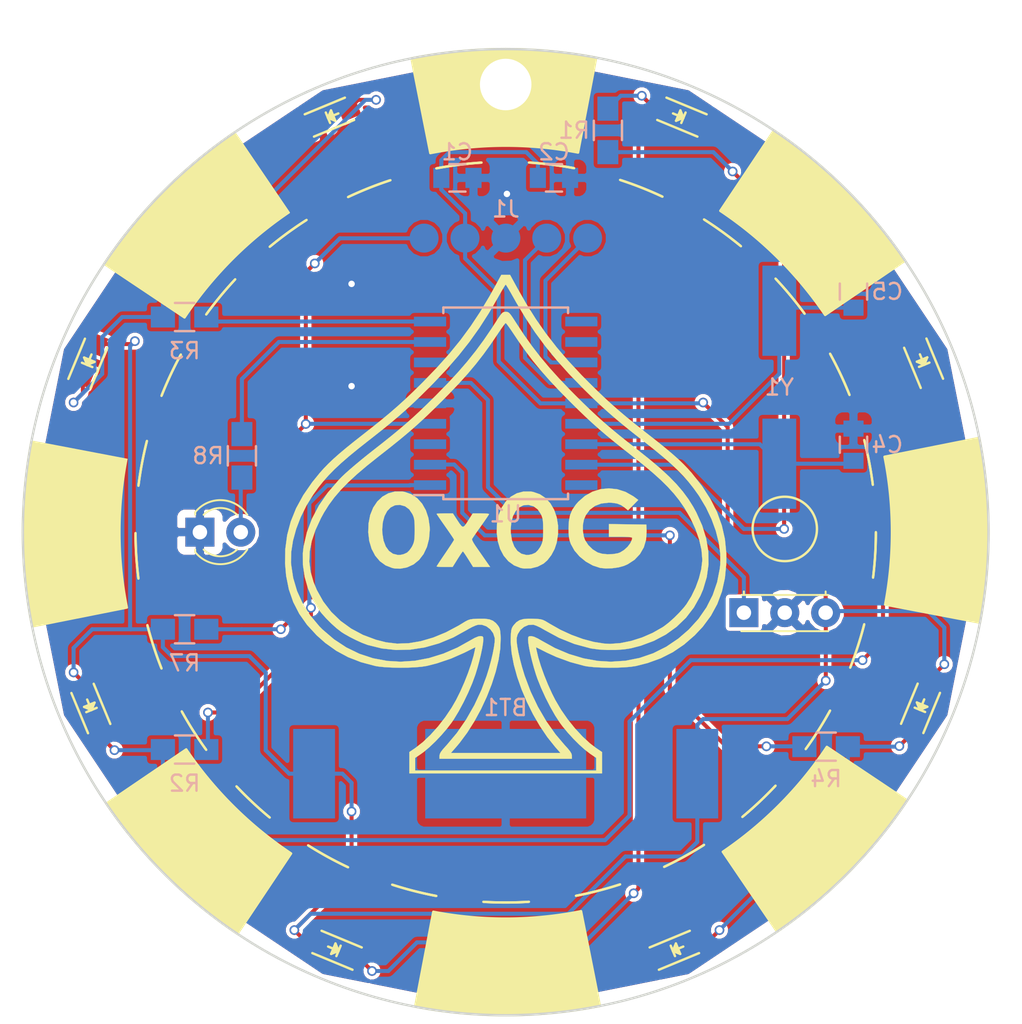
<source format=kicad_pcb>
(kicad_pcb (version 4) (host pcbnew 4.0.7)
  (title_block (title "0x0G Badge 2018") (date 2018-05-07) (rev r4) (company "Google LLC"))
  (layers (0 F.Cu signal) (31 B.Cu signal) (34 B.Paste user) (35 F.Paste user) (36 B.SilkS user) (37 F.SilkS user) (38 B.Mask user) (39 F.Mask user) (44 Edge.Cuts user))
  (net 0 "")
  (net 1 GND)
  (net 2 VDD)
  (net 3 /~MCLR)
  (net 4 "Net-(D1-Pad1)")
  (net 5 "Net-(D2-Pad1)")
  (net 6 "Net-(D5-Pad1)")
  (net 7 "Net-(D6-Pad1)")
  (net 8 "Net-(D9-Pad2)")
  (net 9 /RB7)
  (net 10 /RB6)
  (net 11 /RA0)
  (net 12 /RA2)
  (net 13 /RA3)
  (net 14 /RB2)
  (net 15 "Net-(U1-Pad6)")
  (net 16 "Net-(C4-Pad1)")
  (net 17 "Net-(C5-Pad1)")
  (net 18 /RB3)
  (net 19 "Net-(U1-Pad3)")
  (net 20 /RB1)
  (net 21 /RB4)
  (net 22 /RB5)
  (net 23 /RA1)
  (module 0gbadge-2018:BC-2003-TR (layer B.Cu) (at 100 115)
    (fp_text reference BT1 (at 0 -4.1) (layer B.SilkS) (effects (justify mirror)))
    (fp_text value Battery_Cell)
    (pad 1 smd rect (at -11.905 0) (size 2.6 5.56) (layers B.Cu B.Paste B.Mask) (net 2 VDD))
    (pad 2 smd rect (at 0 0) (size 10 5.56) (layers B.Cu B.Paste B.Mask) (net 1 GND))
    (pad 1 smd rect (at 11.905 0) (size 2.6 5.56) (layers B.Cu B.Paste B.Mask) (net 2 VDD))
  )
  (module Capacitors_SMD:C_0805 (layer B.Cu) (at 97 78)
    (fp_text reference C1 (at -0.01 -1.61) (layer B.SilkS) (effects (justify mirror)))
    (fp_text value 100nF)
    (pad 1 smd rect (at -1 0) (size 1 1.25) (layers B.Cu B.Paste B.Mask) (net 2 VDD))
    (pad 2 smd rect (at 1 0) (size 1 1.25) (layers B.Cu B.Paste B.Mask) (net 1 GND))
  )
  (module Capacitors_SMD:C_0805 (layer B.Cu) (at 103 78)
    (fp_text reference C2 (at 0 -1.61) (layer B.SilkS) (effects (justify mirror)))
    (fp_text value 1uF)
    (pad 1 smd rect (at -1 0) (size 1 1.25) (layers B.Cu B.Paste B.Mask) (net 2 VDD))
    (pad 2 smd rect (at 1 0) (size 1 1.25) (layers B.Cu B.Paste B.Mask) (net 1 GND))
  )
  (module Capacitors_SMD:C_0805 (layer B.Cu) (at 121.61 94.57 90)
    (fp_text reference C4 (at 0 2.1 180) (layer B.SilkS) (effects (justify mirror)))
    (fp_text value 18pF)
    (pad 1 smd rect (at -1 0 90) (size 1 1.25) (layers B.Cu B.Paste B.Mask) (net 16 "Net-(C4-Pad1)"))
    (pad 2 smd rect (at 1 0 90) (size 1 1.25) (layers B.Cu B.Paste B.Mask) (net 1 GND))
  )
  (module Capacitors_SMD:C_0805 (layer B.Cu) (at 121.61 85.06 90)
    (fp_text reference C5 (at 0 2.1 180) (layer B.SilkS) (effects (justify mirror)))
    (fp_text value 18pF)
    (pad 1 smd rect (at -1 0 90) (size 1 1.25) (layers B.Cu B.Paste B.Mask) (net 17 "Net-(C5-Pad1)"))
    (pad 2 smd rect (at 1 0 90) (size 1 1.25) (layers B.Cu B.Paste B.Mask) (net 1 GND))
  )
  (module LEDs:LED_0805 (layer F.Cu) (at 89.29 125.87 157.5)
    (fp_text reference D1)
    (fp_text value LED hide)
    (pad 2 smd rect (at 1.04902 0 337.5) (size 1.19888 1.19888) (layers F.Cu F.Paste F.Mask) (net 2 VDD))
    (pad 1 smd rect (at -1.04902 0 337.5) (size 1.19888 1.19888) (layers F.Cu F.Paste F.Mask) (net 4 "Net-(D1-Pad1)"))
  )
  (module LEDs:LED_0805 (layer F.Cu) (at 74.13 89.29 67.5)
    (fp_text reference D2)
    (fp_text value LED hide)
    (pad 2 smd rect (at 1.04902 0 247.5) (size 1.19888 1.19888) (layers F.Cu F.Paste F.Mask) (net 2 VDD))
    (pad 1 smd rect (at -1.04902 0 247.5) (size 1.19888 1.19888) (layers F.Cu F.Paste F.Mask) (net 5 "Net-(D2-Pad1)"))
  )
  (module LEDs:LED_0805 (layer F.Cu) (at 110.72 74.13 157.5)
    (fp_text reference D3)
    (fp_text value LED hide)
    (pad 2 smd rect (at 1.04902 0 337.5) (size 1.19888 1.19888) (layers F.Cu F.Paste F.Mask) (net 4 "Net-(D1-Pad1)"))
    (pad 1 smd rect (at -1.04902 0 337.5) (size 1.19888 1.19888) (layers F.Cu F.Paste F.Mask) (net 1 GND))
  )
  (module LEDs:LED_0805 (layer F.Cu) (at 89.28 74.13 22.5)
    (fp_text reference D4)
    (fp_text value LED hide)
    (pad 2 smd rect (at 1.04902 0 202.5) (size 1.19888 1.19888) (layers F.Cu F.Paste F.Mask) (net 5 "Net-(D2-Pad1)"))
    (pad 1 smd rect (at -1.04902 0 202.5) (size 1.19888 1.19888) (layers F.Cu F.Paste F.Mask) (net 1 GND))
  )
  (module LEDs:LED_0805 (layer F.Cu) (at 74.13 110.72 112.5)
    (fp_text reference D5)
    (fp_text value LED hide)
    (pad 2 smd rect (at 1.04902 0 292.5) (size 1.19888 1.19888) (layers F.Cu F.Paste F.Mask) (net 2 VDD))
    (pad 1 smd rect (at -1.04902 0 292.5) (size 1.19888 1.19888) (layers F.Cu F.Paste F.Mask) (net 6 "Net-(D5-Pad1)"))
  )
  (module LEDs:LED_0805 (layer F.Cu) (at 125.87 110.71 67.5)
    (fp_text reference D6)
    (fp_text value LED hide)
    (pad 2 smd rect (at 1.04902 0 247.5) (size 1.19888 1.19888) (layers F.Cu F.Paste F.Mask) (net 2 VDD))
    (pad 1 smd rect (at -1.04902 0 247.5) (size 1.19888 1.19888) (layers F.Cu F.Paste F.Mask) (net 7 "Net-(D6-Pad1)"))
  )
  (module LEDs:LED_0805 (layer F.Cu) (at 125.87 89.28 112.5)
    (fp_text reference D7)
    (fp_text value LED hide)
    (pad 2 smd rect (at 1.04902 0 292.5) (size 1.19888 1.19888) (layers F.Cu F.Paste F.Mask) (net 6 "Net-(D5-Pad1)"))
    (pad 1 smd rect (at -1.04902 0 292.5) (size 1.19888 1.19888) (layers F.Cu F.Paste F.Mask) (net 1 GND))
  )
  (module LEDs:LED_0805 (layer F.Cu) (at 110.71 125.87 22.5)
    (fp_text reference D8)
    (fp_text value LED hide)
    (pad 2 smd rect (at 1.04902 0 202.5) (size 1.19888 1.19888) (layers F.Cu F.Paste F.Mask) (net 7 "Net-(D6-Pad1)"))
    (pad 1 smd rect (at -1.04902 0 202.5) (size 1.19888 1.19888) (layers F.Cu F.Paste F.Mask) (net 1 GND))
  )
  (module LEDs:LED_D3.0mm (layer F.Cu) (at 81 100)
    (fp_text reference D9)
    (fp_text value "IR LED")
    (pad 1 thru_hole rect (at 0 0) (size 1.8 1.8) (drill 0.9) (layers *.Cu *.Mask) (net 1 GND))
    (pad 2 thru_hole circle (at 2.54 0) (size 1.8 1.8) (drill 0.9) (layers *.Cu *.Mask) (net 8 "Net-(D9-Pad2)"))
  )
  (module Resistors_SMD:R_0805_HandSoldering (layer B.Cu) (at 106.35 75.05 270)
    (fp_text reference R1 (at 0 2.1 360) (layer B.SilkS) (effects (justify mirror)))
    (fp_text value 1k)
    (pad 1 smd rect (at -1.35 0 270) (size 1.5 1.3) (layers B.Cu B.Paste B.Mask) (net 4 "Net-(D1-Pad1)"))
    (pad 2 smd rect (at 1.35 0 270) (size 1.5 1.3) (layers B.Cu B.Paste B.Mask) (net 11 /RA0))
  )
  (module Resistors_SMD:R_0805_HandSoldering (layer B.Cu) (at 80.05 113.5)
    (fp_text reference R2 (at 0 2.1) (layer B.SilkS) (effects (justify mirror)))
    (fp_text value 430)
    (pad 1 smd rect (at -1.35 0) (size 1.5 1.3) (layers B.Cu B.Paste B.Mask) (net 6 "Net-(D5-Pad1)"))
    (pad 2 smd rect (at 1.35 0) (size 1.5 1.3) (layers B.Cu B.Paste B.Mask) (net 12 /RA2))
  )
  (module Resistors_SMD:R_0805_HandSoldering (layer B.Cu) (at 80.05 86.64)
    (fp_text reference R3 (at 0 2.1) (layer B.SilkS) (effects (justify mirror)))
    (fp_text value 220)
    (pad 1 smd rect (at -1.35 0) (size 1.5 1.3) (layers B.Cu B.Paste B.Mask) (net 5 "Net-(D2-Pad1)"))
    (pad 2 smd rect (at 1.35 0) (size 1.5 1.3) (layers B.Cu B.Paste B.Mask) (net 18 /RB3))
  )
  (module Resistors_SMD:R_0805_HandSoldering (layer B.Cu) (at 119.91 113.32 180)
    (fp_text reference R4 (at 0 -1.996 180) (layer B.SilkS) (effects (justify mirror)))
    (fp_text value 220)
    (pad 1 smd rect (at -1.35 0 180) (size 1.5 1.3) (layers B.Cu B.Paste B.Mask) (net 7 "Net-(D6-Pad1)"))
    (pad 2 smd rect (at 1.35 0 180) (size 1.5 1.3) (layers B.Cu B.Paste B.Mask) (net 13 /RA3))
  )
  (module Resistors_SMD:R_0805_HandSoldering (layer B.Cu) (at 80.05 106.03)
    (fp_text reference R7 (at 0 2.1) (layer B.SilkS) (effects (justify mirror)))
    (fp_text value 33K)
    (pad 1 smd rect (at -1.35 0) (size 1.5 1.3) (layers B.Cu B.Paste B.Mask) (net 2 VDD))
    (pad 2 smd rect (at 1.35 0) (size 1.5 1.3) (layers B.Cu B.Paste B.Mask) (net 3 /~MCLR))
  )
  (module Resistors_SMD:R_0805_HandSoldering (layer B.Cu) (at 83.61 95.26 270)
    (fp_text reference R8 (at 0 2.1 360) (layer B.SilkS) (effects (justify mirror)))
    (fp_text value 220)
    (pad 1 smd rect (at -1.35 0 270) (size 1.5 1.3) (layers B.Cu B.Paste B.Mask) (net 14 /RB2))
    (pad 2 smd rect (at 1.35 0 270) (size 1.5 1.3) (layers B.Cu B.Paste B.Mask) (net 8 "Net-(D9-Pad2)"))
  )
  (module Housings_SOIC:SOIC-18W_7.5x11.6mm_Pitch1.27mm (layer B.Cu) (at 100 92)
    (fp_text reference U1 (at 0 6.875) (layer B.SilkS) (effects (justify mirror)))
    (fp_text value PIC16F716-I-SO-ND)
    (pad 1 smd rect (at -4.7 5.08) (size 2 0.6) (layers B.Cu B.Paste B.Mask) (net 12 /RA2))
    (pad 2 smd rect (at -4.7 3.81) (size 2 0.6) (layers B.Cu B.Paste B.Mask) (net 13 /RA3))
    (pad 3 smd rect (at -4.7 2.54) (size 2 0.6) (layers B.Cu B.Paste B.Mask) (net 19 "Net-(U1-Pad3)"))
    (pad 4 smd rect (at -4.7 1.27) (size 2 0.6) (layers B.Cu B.Paste B.Mask) (net 3 /~MCLR))
    (pad 5 smd rect (at -4.7 0) (size 2 0.6) (layers B.Cu B.Paste B.Mask) (net 1 GND))
    (pad 6 smd rect (at -4.7 -1.27) (size 2 0.6) (layers B.Cu B.Paste B.Mask) (net 15 "Net-(U1-Pad6)"))
    (pad 7 smd rect (at -4.7 -2.54) (size 2 0.6) (layers B.Cu B.Paste B.Mask) (net 20 /RB1))
    (pad 8 smd rect (at -4.7 -3.81) (size 2 0.6) (layers B.Cu B.Paste B.Mask) (net 14 /RB2))
    (pad 9 smd rect (at -4.7 -5.08) (size 2 0.6) (layers B.Cu B.Paste B.Mask) (net 18 /RB3))
    (pad 10 smd rect (at 4.7 -5.08) (size 2 0.6) (layers B.Cu B.Paste B.Mask) (net 21 /RB4))
    (pad 11 smd rect (at 4.7 -3.81) (size 2 0.6) (layers B.Cu B.Paste B.Mask) (net 22 /RB5))
    (pad 12 smd rect (at 4.7 -2.54) (size 2 0.6) (layers B.Cu B.Paste B.Mask) (net 10 /RB6))
    (pad 13 smd rect (at 4.7 -1.27) (size 2 0.6) (layers B.Cu B.Paste B.Mask) (net 9 /RB7))
    (pad 14 smd rect (at 4.7 0) (size 2 0.6) (layers B.Cu B.Paste B.Mask) (net 2 VDD))
    (pad 15 smd rect (at 4.7 1.27) (size 2 0.6) (layers B.Cu B.Paste B.Mask) (net 17 "Net-(C5-Pad1)"))
    (pad 16 smd rect (at 4.7 2.54) (size 2 0.6) (layers B.Cu B.Paste B.Mask) (net 16 "Net-(C4-Pad1)"))
    (pad 17 smd rect (at 4.7 3.81) (size 2 0.6) (layers B.Cu B.Paste B.Mask) (net 11 /RA0))
    (pad 18 smd rect (at 4.7 5.08) (size 2 0.6) (layers B.Cu B.Paste B.Mask) (net 23 /RA1))
  )
  (module 0gbadge-2018:ABLS-4MHZ-B2-T (layer B.Cu) (at 117 91 90)
    (fp_text reference Y1 (at 0 0 180) (layer B.SilkS) (effects (justify mirror)))
    (fp_text value 4Mhz)
    (pad 1 smd rect (at -4.75 0 90) (size 5.6 2.1) (layers B.Cu B.Paste B.Mask) (net 16 "Net-(C4-Pad1)"))
    (pad 2 smd rect (at 4.75 0 90) (size 5.6 2.1) (layers B.Cu B.Paste B.Mask) (net 17 "Net-(C5-Pad1)"))
  )
  (module Mounting_Holes:MountingHole_3.2mm_M3 (layer F.Cu) (at 100 72.2)
    (fp_text reference REF** hide)
    (fp_text value MountingHole_3.2mm_M3)
    (pad 1 np_thru_hole circle (at 0 0) (size 3.2 3.2) (drill 3.2) (layers *.Cu *.Mask))
  )
  (module graphics:graphic (layer F.Cu) (at 100 100)
    (fp_text reference REF** hide)
    (fp_text value ZEROG-GRAPHIC)
  )
  (module 0gbadge-2018:tssp58038_flat (layer F.Cu) (at 114.8 105)
    (fp_text reference U2)
    (fp_text value TSSP58038)
    (pad 1 thru_hole rect (at 0 0) (size 1.8 1.8) (drill 0.9) (layers *.Cu *.Mask) (net 15 "Net-(U1-Pad6)"))
    (pad 2 thru_hole circle (at 2.54 0) (size 1.8 1.8) (drill 0.9) (layers *.Cu *.Mask) (net 1 GND))
    (pad 3 thru_hole circle (at 5.08 0) (size 1.8 1.8) (drill 0.9) (layers *.Cu *.Mask) (net 2 VDD))
  )
  (module ext_libs:spade_bold (layer F.Cu) (at 100 99.5)
    (fp_text reference G*** hide)
    (fp_text value LOGO hide)
  )
  (module ext_libs:SMD_PROG_5 (layer B.Cu) (at 100.01 81.74)
    (fp_text reference J1 (at 0 -1.8) (layer B.SilkS) (effects (justify mirror)))
    (fp_text value PROG_CONN)
    (pad 1 connect circle (at -5.08 0) (size 1.8 1.8) (layers B.Cu B.Mask) (net 3 /~MCLR))
    (pad 2 connect circle (at -2.54 0) (size 1.8 1.8) (layers B.Cu B.Mask) (net 2 VDD))
    (pad 3 connect circle (at 0 0) (size 1.8 1.8) (layers B.Cu B.Mask) (net 1 GND))
    (pad 4 connect circle (at 2.54 0) (size 1.8 1.8) (layers B.Cu B.Mask) (net 9 /RB7))
    (pad 5 connect circle (at 5.08 0) (size 1.8 1.8) (layers B.Cu B.Mask) (net 10 /RB6))
  )
  (gr_circle (center 100 100) (end 70 100) (layer Edge.Cuts) (width 0.15))
  (segment (start 99.484264 77.978) (end 99.462264 78) (width 0.25) (layer B.Cu) (net 1))
  (segment (start 99.462264 78) (end 98 78) (width 0.25) (layer B.Cu) (net 1))
  (segment (start 100.076 78.994) (end 100.076 78.569736) (width 0.25) (layer B.Cu) (net 1))
  (segment (start 100.076 78.569736) (end 99.484264 77.978) (width 0.25) (layer B.Cu) (net 1))
  (segment (start 100.02 81.75) (end 100.02 79.05) (width 0.25) (layer F.Cu) (net 1))
  (segment (start 100.02 79.05) (end 100.076 78.994) (width 0.25) (layer F.Cu) (net 1))
  (via (at 100.076 78.994) (size 0.6) (drill 0.4) (layers F.Cu B.Cu) (net 1))
  (segment (start 90.424 90.932) (end 90.424 84.582) (width 0.25) (layer F.Cu) (net 1))
  (via (at 90.424 84.582) (size 0.6) (drill 0.4) (layers F.Cu B.Cu) (net 1))
  (segment (start 95.3 92) (end 91.492 92) (width 0.25) (layer B.Cu) (net 1))
  (segment (start 91.492 92) (end 90.424 90.932) (width 0.25) (layer B.Cu) (net 1))
  (via (at 90.424 90.932) (size 0.6) (drill 0.4) (layers F.Cu B.Cu) (net 1))
  (segment (start 74.31 106.03) (end 76.708 106.03) (width 0.25) (layer B.Cu) (net 2))
  (segment (start 76.662001 105.984001) (end 76.708 106.03) (width 0.25) (layer B.Cu) (net 2))
  (segment (start 76.708 106.03) (end 78.7 106.03) (width 0.25) (layer B.Cu) (net 2))
  (segment (start 76.962 88.138) (end 76.662001 88.437999) (width 0.25) (layer B.Cu) (net 2))
  (segment (start 76.662001 88.437999) (end 76.662001 105.984001) (width 0.25) (layer B.Cu) (net 2))
  (segment (start 79.248 107.696) (end 78.7 107.148) (width 0.25) (layer B.Cu) (net 2))
  (segment (start 78.7 107.148) (end 78.7 106.03) (width 0.25) (layer B.Cu) (net 2))
  (segment (start 84.074 107.696) (end 79.248 107.696) (width 0.25) (layer B.Cu) (net 2))
  (segment (start 74.531443 88.320832) (end 76.779168 88.320832) (width 0.25) (layer F.Cu) (net 2))
  (segment (start 76.779168 88.320832) (end 76.962 88.138) (width 0.25) (layer F.Cu) (net 2))
  (via (at 76.962 88.138) (size 0.6) (drill 0.4) (layers F.Cu B.Cu) (net 2))
  (segment (start 112.268 91.948) (end 113.792 93.472) (width 0.25) (layer F.Cu) (net 2))
  (segment (start 113.792 93.472) (end 113.792 99.822) (width 0.25) (layer F.Cu) (net 2))
  (segment (start 113.792 99.822) (end 116.84 102.87) (width 0.25) (layer F.Cu) (net 2))
  (segment (start 116.84 102.87) (end 119.126 102.87) (width 0.25) (layer F.Cu) (net 2))
  (segment (start 119.126 102.87) (end 119.88 103.624) (width 0.25) (layer F.Cu) (net 2))
  (segment (start 119.88 103.624) (end 119.88 105) (width 0.25) (layer F.Cu) (net 2))
  (segment (start 104.7 92) (end 112.216 92) (width 0.25) (layer B.Cu) (net 2))
  (segment (start 112.216 92) (end 112.268 91.948) (width 0.25) (layer B.Cu) (net 2))
  (via (at 112.268 91.948) (size 0.6) (drill 0.4) (layers F.Cu B.Cu) (net 2))
  (segment (start 99.568 85.09) (end 97.48 83.002) (width 0.25) (layer B.Cu) (net 2))
  (segment (start 97.48 83.002) (end 97.48 81.75) (width 0.25) (layer B.Cu) (net 2))
  (segment (start 99.568 89.408) (end 99.568 85.09) (width 0.25) (layer B.Cu) (net 2))
  (segment (start 102.16 92) (end 99.568 89.408) (width 0.25) (layer B.Cu) (net 2))
  (segment (start 104.7 92) (end 102.16 92) (width 0.25) (layer B.Cu) (net 2))
  (segment (start 90.424 115.57) (end 89.854 115) (width 0.25) (layer B.Cu) (net 2))
  (segment (start 89.854 115) (end 88.095 115) (width 0.25) (layer B.Cu) (net 2))
  (segment (start 90.424 117.348) (end 90.424 115.57) (width 0.25) (layer B.Cu) (net 2))
  (segment (start 87.884 123.698) (end 90.424 121.158) (width 0.25) (layer F.Cu) (net 2))
  (segment (start 90.424 121.158) (end 90.424 117.348) (width 0.25) (layer F.Cu) (net 2))
  (via (at 90.424 117.348) (size 0.6) (drill 0.4) (layers F.Cu B.Cu) (net 2))
  (segment (start 86.868 124.714) (end 87.884 123.698) (width 0.25) (layer F.Cu) (net 2))
  (segment (start 110.998 120.142) (end 111.905 119.235) (width 0.25) (layer B.Cu) (net 2))
  (segment (start 111.905 119.235) (end 111.905 115) (width 0.25) (layer B.Cu) (net 2))
  (segment (start 107.442 120.142) (end 110.998 120.142) (width 0.25) (layer B.Cu) (net 2))
  (segment (start 103.886 123.698) (end 107.442 120.142) (width 0.25) (layer B.Cu) (net 2))
  (segment (start 87.884 123.698) (end 103.886 123.698) (width 0.25) (layer B.Cu) (net 2))
  (segment (start 86.868 124.714) (end 87.884 123.698) (width 0.25) (layer B.Cu) (net 2))
  (segment (start 88.320832 125.468557) (end 87.622557 125.468557) (width 0.25) (layer F.Cu) (net 2))
  (segment (start 87.622557 125.468557) (end 86.868 124.714) (width 0.25) (layer F.Cu) (net 2))
  (via (at 86.868 124.714) (size 0.6) (drill 0.4) (layers F.Cu B.Cu) (net 2))
  (segment (start 73.152 108.712) (end 73.152 107.188) (width 0.25) (layer B.Cu) (net 2))
  (segment (start 73.152 107.188) (end 74.31 106.03) (width 0.25) (layer B.Cu) (net 2))
  (segment (start 73.728557 109.750832) (end 73.728557 109.288557) (width 0.25) (layer F.Cu) (net 2))
  (segment (start 73.728557 109.288557) (end 73.152 108.712) (width 0.25) (layer F.Cu) (net 2))
  (via (at 73.152 108.712) (size 0.6) (drill 0.4) (layers F.Cu B.Cu) (net 2))
  (segment (start 85.09 108.712) (end 84.074 107.696) (width 0.25) (layer B.Cu) (net 2))
  (segment (start 85.09 113.545) (end 85.09 108.712) (width 0.25) (layer B.Cu) (net 2))
  (segment (start 88.095 115) (end 86.545 115) (width 0.25) (layer B.Cu) (net 2))
  (segment (start 86.545 115) (end 85.09 113.545) (width 0.25) (layer B.Cu) (net 2))
  (segment (start 119.888 109.22) (end 119.888 105.008) (width 0.25) (layer F.Cu) (net 2))
  (segment (start 119.888 105.008) (end 119.88 105) (width 0.25) (layer F.Cu) (net 2))
  (segment (start 117.501 111.607) (end 119.888 109.22) (width 0.25) (layer B.Cu) (net 2))
  (via (at 119.888 109.22) (size 0.6) (drill 0.4) (layers F.Cu B.Cu) (net 2))
  (segment (start 112.268 111.607) (end 117.501 111.607) (width 0.25) (layer B.Cu) (net 2))
  (segment (start 111.905 115) (end 111.905 111.97) (width 0.25) (layer B.Cu) (net 2))
  (segment (start 111.905 111.97) (end 112.268 111.607) (width 0.25) (layer B.Cu) (net 2))
  (segment (start 127.254 108.204) (end 127.254 105.918) (width 0.25) (layer B.Cu) (net 2))
  (segment (start 127.254 105.918) (end 126.238 104.902) (width 0.25) (layer B.Cu) (net 2))
  (segment (start 126.238 104.902) (end 119.978 104.902) (width 0.25) (layer B.Cu) (net 2))
  (segment (start 119.978 104.902) (end 119.88 105) (width 0.25) (layer B.Cu) (net 2))
  (segment (start 126.271443 109.740832) (end 126.271443 109.186557) (width 0.25) (layer F.Cu) (net 2))
  (segment (start 126.271443 109.186557) (end 127.254 108.204) (width 0.25) (layer F.Cu) (net 2))
  (via (at 127.254 108.204) (size 0.6) (drill 0.4) (layers F.Cu B.Cu) (net 2))
  (segment (start 97.48 81.75) (end 97.48 80.208) (width 0.25) (layer B.Cu) (net 2))
  (segment (start 97.48 80.208) (end 96 78.728) (width 0.25) (layer B.Cu) (net 2))
  (segment (start 96 78.728) (end 96 78) (width 0.25) (layer B.Cu) (net 2))
  (segment (start 102 78) (end 102 77.125) (width 0.25) (layer B.Cu) (net 2))
  (segment (start 102 77.125) (end 101.275 76.4) (width 0.25) (layer B.Cu) (net 2))
  (segment (start 101.275 76.4) (end 96.5 76.4) (width 0.25) (layer B.Cu) (net 2))
  (segment (start 96.5 76.4) (end 96 76.9) (width 0.25) (layer B.Cu) (net 2))
  (segment (start 96 76.9) (end 96 78) (width 0.25) (layer B.Cu) (net 2))
  (segment (start 83.602 106.03) (end 81.4 106.03) (width 0.25) (layer B.Cu) (net 3))
  (segment (start 88.138 83.312) (end 89.7 81.75) (width 0.25) (layer B.Cu) (net 3))
  (segment (start 89.7 81.75) (end 94.94 81.75) (width 0.25) (layer B.Cu) (net 3))
  (segment (start 87.58 93.28) (end 87.58 83.87) (width 0.25) (layer F.Cu) (net 3))
  (via (at 88.138 83.312) (size 0.6) (drill 0.4) (layers F.Cu B.Cu) (net 3))
  (segment (start 87.58 83.87) (end 88.138 83.312) (width 0.25) (layer F.Cu) (net 3))
  (segment (start 86.03 106.03) (end 83.602 106.03) (width 0.25) (layer B.Cu) (net 3))
  (segment (start 86.62 94.24) (end 86.62 105.44) (width 0.25) (layer F.Cu) (net 3))
  (segment (start 86.62 105.44) (end 86.03 106.03) (width 0.25) (layer F.Cu) (net 3))
  (via (at 86.03 106.03) (size 0.6) (drill 0.4) (layers F.Cu B.Cu) (net 3))
  (segment (start 87.58 93.28) (end 86.62 94.24) (width 0.25) (layer F.Cu) (net 3))
  (segment (start 94.05 93.27) (end 87.59 93.27) (width 0.25) (layer B.Cu) (net 3))
  (segment (start 87.59 93.27) (end 87.58 93.28) (width 0.25) (layer B.Cu) (net 3))
  (via (at 87.58 93.28) (size 0.6) (drill 0.4) (layers F.Cu B.Cu) (net 3))
  (segment (start 95.3 93.27) (end 94.05 93.27) (width 0.25) (layer B.Cu) (net 3))
  (segment (start 108.458 72.898) (end 107.152 72.898) (width 0.25) (layer B.Cu) (net 4))
  (segment (start 107.152 72.898) (end 106.35 73.7) (width 0.25) (layer B.Cu) (net 4))
  (segment (start 109.750832 73.728557) (end 109.288557 73.728557) (width 0.25) (layer F.Cu) (net 4))
  (segment (start 109.288557 73.728557) (end 108.458 72.898) (width 0.25) (layer F.Cu) (net 4))
  (via (at 108.458 72.898) (size 0.6) (drill 0.4) (layers F.Cu B.Cu) (net 4))
  (segment (start 107.95 122.428) (end 108.249999 122.128001) (width 0.25) (layer F.Cu) (net 4))
  (segment (start 108.249999 75.22939) (end 109.221331 74.258058) (width 0.25) (layer F.Cu) (net 4))
  (segment (start 108.249999 122.128001) (end 108.249999 75.22939) (width 0.25) (layer F.Cu) (net 4))
  (segment (start 109.221331 74.258058) (end 109.750832 73.728557) (width 0.25) (layer F.Cu) (net 4))
  (segment (start 104.14 125.476) (end 104.902 125.476) (width 0.25) (layer B.Cu) (net 4))
  (segment (start 104.902 125.476) (end 107.95 122.428) (width 0.25) (layer B.Cu) (net 4))
  (via (at 107.95 122.428) (size 0.6) (drill 0.4) (layers F.Cu B.Cu) (net 4))
  (segment (start 94.488 125.476) (end 104.14 125.476) (width 0.25) (layer B.Cu) (net 4))
  (segment (start 92.71 127.254) (end 94.488 125.476) (width 0.25) (layer B.Cu) (net 4))
  (segment (start 91.694 127.254) (end 92.71 127.254) (width 0.25) (layer B.Cu) (net 4))
  (segment (start 90.259168 126.271443) (end 90.711443 126.271443) (width 0.25) (layer F.Cu) (net 4))
  (segment (start 90.711443 126.271443) (end 91.694 127.254) (width 0.25) (layer F.Cu) (net 4))
  (via (at 91.694 127.254) (size 0.6) (drill 0.4) (layers F.Cu B.Cu) (net 4))
  (segment (start 74.93 87.884) (end 76.174 86.64) (width 0.25) (layer B.Cu) (net 5))
  (segment (start 76.174 86.64) (end 78.7 86.64) (width 0.25) (layer B.Cu) (net 5))
  (segment (start 74.93 90.17) (end 74.93 87.884) (width 0.25) (layer B.Cu) (net 5))
  (segment (start 73.152 91.948) (end 74.93 90.17) (width 0.25) (layer B.Cu) (net 5))
  (segment (start 73.728557 90.259168) (end 73.728557 91.371443) (width 0.25) (layer F.Cu) (net 5))
  (segment (start 73.728557 91.371443) (end 73.152 91.948) (width 0.25) (layer F.Cu) (net 5))
  (via (at 73.152 91.948) (size 0.6) (drill 0.4) (layers F.Cu B.Cu) (net 5))
  (segment (start 91.948 73.152) (end 90.825725 73.152) (width 0.25) (layer F.Cu) (net 5))
  (segment (start 90.825725 73.152) (end 90.249168 73.728557) (width 0.25) (layer F.Cu) (net 5))
  (segment (start 91.288 73.152) (end 91.948 73.152) (width 0.25) (layer B.Cu) (net 5))
  (via (at 91.948 73.152) (size 0.6) (drill 0.4) (layers F.Cu B.Cu) (net 5))
  (segment (start 78.7 86.64) (end 78.7 85.74) (width 0.25) (layer B.Cu) (net 5))
  (segment (start 78.7 85.74) (end 91.288 73.152) (width 0.25) (layer B.Cu) (net 5))
  (segment (start 122.174 107.95) (end 111.506 107.95) (width 0.25) (layer B.Cu) (net 6))
  (segment (start 111.506 107.95) (end 107.696 111.76) (width 0.25) (layer B.Cu) (net 6))
  (segment (start 107.696 111.76) (end 107.696 117.602) (width 0.25) (layer B.Cu) (net 6))
  (segment (start 107.696 117.602) (end 106.172 119.126) (width 0.25) (layer B.Cu) (net 6))
  (segment (start 106.172 119.126) (end 81.788 119.126) (width 0.25) (layer B.Cu) (net 6))
  (segment (start 81.788 119.126) (end 78.7 116.038) (width 0.25) (layer B.Cu) (net 6))
  (segment (start 78.7 116.038) (end 78.7 113.5) (width 0.25) (layer B.Cu) (net 6))
  (segment (start 125.468557 88.310832) (end 123.444 90.335389) (width 0.25) (layer F.Cu) (net 6))
  (segment (start 123.444 90.335389) (end 123.444 106.68) (width 0.25) (layer F.Cu) (net 6))
  (segment (start 123.444 106.68) (end 122.174 107.95) (width 0.25) (layer F.Cu) (net 6))
  (via (at 122.174 107.95) (size 0.6) (drill 0.4) (layers F.Cu B.Cu) (net 6))
  (segment (start 75.692 113.538) (end 78.662 113.538) (width 0.25) (layer B.Cu) (net 6))
  (segment (start 78.662 113.538) (end 78.7 113.5) (width 0.25) (layer B.Cu) (net 6))
  (segment (start 74.531443 111.689168) (end 74.531443 112.377443) (width 0.25) (layer F.Cu) (net 6))
  (segment (start 74.531443 112.377443) (end 75.692 113.538) (width 0.25) (layer F.Cu) (net 6))
  (via (at 75.692 113.538) (size 0.6) (drill 0.4) (layers F.Cu B.Cu) (net 6))
  (segment (start 113.284 124.714) (end 112.529443 125.468557) (width 0.25) (layer F.Cu) (net 7))
  (segment (start 112.529443 125.468557) (end 111.679168 125.468557) (width 0.25) (layer F.Cu) (net 7))
  (segment (start 121.26 113.32) (end 121.26 116.738) (width 0.25) (layer B.Cu) (net 7))
  (segment (start 121.26 116.738) (end 113.284 124.714) (width 0.25) (layer B.Cu) (net 7))
  (via (at 113.284 124.714) (size 0.6) (drill 0.4) (layers F.Cu B.Cu) (net 7))
  (segment (start 125.468557 111.679168) (end 125.468557 112.275443) (width 0.25) (layer F.Cu) (net 7))
  (segment (start 125.468557 112.275443) (end 124.46 113.284) (width 0.25) (layer F.Cu) (net 7))
  (segment (start 125.222 111.925725) (end 125.468557 111.679168) (width 0.25) (layer F.Cu) (net 7))
  (segment (start 121.26 113.32) (end 124.424 113.32) (width 0.25) (layer B.Cu) (net 7))
  (segment (start 124.424 113.32) (end 124.46 113.284) (width 0.25) (layer B.Cu) (net 7))
  (via (at 124.46 113.284) (size 0.6) (drill 0.4) (layers F.Cu B.Cu) (net 7))
  (segment (start 83.54 100) (end 83.54 96.68) (width 0.25) (layer B.Cu) (net 8))
  (segment (start 83.54 96.68) (end 83.61 96.61) (width 0.25) (layer B.Cu) (net 8))
  (segment (start 104.7 90.73) (end 102.76 90.73) (width 0.25) (layer B.Cu) (net 9))
  (segment (start 102.76 90.73) (end 101.2 89.17) (width 0.25) (layer B.Cu) (net 9))
  (segment (start 101.2 89.17) (end 101.2 83.11) (width 0.25) (layer B.Cu) (net 9))
  (segment (start 101.2 83.11) (end 102.56 81.75) (width 0.25) (layer B.Cu) (net 9))
  (segment (start 104.7 89.46) (end 102.83 89.46) (width 0.25) (layer B.Cu) (net 10))
  (segment (start 102.83 89.46) (end 102.47 89.1) (width 0.25) (layer B.Cu) (net 10))
  (segment (start 102.47 89.1) (end 102.47 84.38) (width 0.25) (layer B.Cu) (net 10))
  (segment (start 102.47 84.38) (end 105.1 81.75) (width 0.25) (layer B.Cu) (net 10))
  (segment (start 114.1 77.6) (end 112.9 76.4) (width 0.25) (layer B.Cu) (net 11))
  (segment (start 112.9 76.4) (end 106.35 76.4) (width 0.25) (layer B.Cu) (net 11))
  (segment (start 117.3 80.8) (end 114.1 77.6) (width 0.25) (layer F.Cu) (net 11))
  (via (at 114.1 77.6) (size 0.6) (drill 0.4) (layers F.Cu B.Cu) (net 11))
  (segment (start 117.3 99.375736) (end 117.3 80.8) (width 0.25) (layer F.Cu) (net 11))
  (segment (start 117.3 99.8) (end 117.3 99.375736) (width 0.25) (layer F.Cu) (net 11))
  (segment (start 110.81 95.81) (end 114.8 99.8) (width 0.25) (layer B.Cu) (net 11))
  (via (at 117.3 99.8) (size 0.6) (drill 0.4) (layers F.Cu B.Cu) (net 11))
  (segment (start 114.8 99.8) (end 117.3 99.8) (width 0.25) (layer B.Cu) (net 11))
  (segment (start 104.7 95.81) (end 110.81 95.81) (width 0.25) (layer B.Cu) (net 11))
  (segment (start 81.5 111.2) (end 81.5 113.47) (width 0.25) (layer B.Cu) (net 12))
  (segment (start 81.5 113.47) (end 81.47 113.5) (width 0.25) (layer B.Cu) (net 12))
  (segment (start 87.9 106.4) (end 83.1 111.2) (width 0.25) (layer F.Cu) (net 12))
  (segment (start 83.1 111.2) (end 81.5 111.2) (width 0.25) (layer F.Cu) (net 12))
  (via (at 81.5 111.2) (size 0.6) (drill 0.4) (layers F.Cu B.Cu) (net 12))
  (segment (start 87.9 105.124264) (end 87.9 106.4) (width 0.25) (layer F.Cu) (net 12))
  (segment (start 87.9 104.7) (end 87.9 105.124264) (width 0.25) (layer F.Cu) (net 12))
  (segment (start 87.8 98.2) (end 87.8 104.4) (width 0.25) (layer B.Cu) (net 12))
  (segment (start 87.8 104.4) (end 87.8 104.6) (width 0.25) (layer B.Cu) (net 12))
  (segment (start 87.9 104.7) (end 87.9 104.5) (width 0.25) (layer B.Cu) (net 12))
  (segment (start 87.9 104.5) (end 87.8 104.4) (width 0.25) (layer B.Cu) (net 12))
  (segment (start 88.9 97.1) (end 87.8 98.2) (width 0.25) (layer B.Cu) (net 12))
  (via (at 87.9 104.7) (size 0.6) (drill 0.4) (layers F.Cu B.Cu) (net 12))
  (segment (start 94.03 97.1) (end 88.9 97.1) (width 0.25) (layer B.Cu) (net 12))
  (segment (start 95.3 97.08) (end 94.05 97.08) (width 0.25) (layer B.Cu) (net 12))
  (segment (start 94.05 97.08) (end 94.03 97.1) (width 0.25) (layer B.Cu) (net 12))
  (segment (start 116.2 113.3) (end 118.54 113.3) (width 0.25) (layer B.Cu) (net 13))
  (segment (start 118.54 113.3) (end 118.56 113.32) (width 0.25) (layer B.Cu) (net 13))
  (segment (start 110.2 109.8) (end 113.7 113.3) (width 0.25) (layer F.Cu) (net 13))
  (segment (start 113.7 113.3) (end 116.2 113.3) (width 0.25) (layer F.Cu) (net 13))
  (via (at 116.2 113.3) (size 0.6) (drill 0.4) (layers F.Cu B.Cu) (net 13))
  (segment (start 110.2 100.2) (end 110.2 109.8) (width 0.25) (layer F.Cu) (net 13))
  (segment (start 97.3 98.8) (end 98.7 100.2) (width 0.25) (layer B.Cu) (net 13))
  (segment (start 98.7 100.2) (end 110.2 100.2) (width 0.25) (layer B.Cu) (net 13))
  (via (at 110.2 100.2) (size 0.6) (drill 0.4) (layers F.Cu B.Cu) (net 13))
  (segment (start 97.3 96.3) (end 97.3 98.8) (width 0.25) (layer B.Cu) (net 13))
  (segment (start 96.8 95.8) (end 97.3 96.3) (width 0.25) (layer B.Cu) (net 13))
  (segment (start 96.01 95.8) (end 96.8 95.8) (width 0.25) (layer B.Cu) (net 13))
  (segment (start 95.3 95.81) (end 96 95.81) (width 0.25) (layer B.Cu) (net 13))
  (segment (start 96 95.81) (end 96.01 95.8) (width 0.25) (layer B.Cu) (net 13))
  (segment (start 85.91 88.19) (end 83.61 90.49) (width 0.25) (layer B.Cu) (net 14))
  (segment (start 83.61 90.49) (end 83.61 93.91) (width 0.25) (layer B.Cu) (net 14))
  (segment (start 95.3 88.19) (end 85.91 88.19) (width 0.25) (layer B.Cu) (net 14))
  (segment (start 95.3 90.73) (end 97.83 90.73) (width 0.25) (layer B.Cu) (net 15))
  (segment (start 114.8 102.8) (end 114.8 105) (width 0.25) (layer B.Cu) (net 15))
  (segment (start 97.83 90.73) (end 98.9 91.8) (width 0.25) (layer B.Cu) (net 15))
  (segment (start 98.9 91.8) (end 98.9 97.2) (width 0.25) (layer B.Cu) (net 15))
  (segment (start 98.9 97.2) (end 100.5 98.8) (width 0.25) (layer B.Cu) (net 15))
  (segment (start 100.5 98.8) (end 110.8 98.8) (width 0.25) (layer B.Cu) (net 15))
  (segment (start 110.8 98.8) (end 114.8 102.8) (width 0.25) (layer B.Cu) (net 15))
  (segment (start 117 95.75) (end 121.43 95.75) (width 0.25) (layer B.Cu) (net 16))
  (segment (start 121.43 95.75) (end 121.61 95.57) (width 0.25) (layer B.Cu) (net 16))
  (segment (start 104.7 94.54) (end 115.79 94.54) (width 0.25) (layer B.Cu) (net 16))
  (segment (start 115.79 94.54) (end 117 95.75) (width 0.25) (layer B.Cu) (net 16))
  (segment (start 121.61 86.06) (end 117.19 86.06) (width 0.25) (layer B.Cu) (net 17))
  (segment (start 117.19 86.06) (end 117 86.25) (width 0.25) (layer B.Cu) (net 17))
  (segment (start 113.89 93.27) (end 117 90.16) (width 0.25) (layer B.Cu) (net 17))
  (segment (start 117 90.16) (end 117 86.25) (width 0.25) (layer B.Cu) (net 17))
  (segment (start 104.7 93.27) (end 113.89 93.27) (width 0.25) (layer B.Cu) (net 17))
  (segment (start 95.3 86.92) (end 81.68 86.92) (width 0.25) (layer B.Cu) (net 18))
  (segment (start 81.68 86.92) (end 81.4 86.64) (width 0.25) (layer B.Cu) (net 18))
  (zone (net 1) (net_name GND) (layer F.Cu) (connect_pads (clearance 0.228)) (min_thickness 0.254) (fill yes (arc_segments 16) (thermal_gap 0.508) (thermal_bridge_width 0.508))
    (polygon (pts (xy 68.58 69.596) (xy 132.08 69.596) (xy 131.826 130.556) (xy 68.58 130.556)))
  )
  (zone (net 1) (net_name GND) (layer B.Cu) (connect_pads (clearance 0.228)) (min_thickness 0.254) (fill yes (arc_segments 16) (thermal_gap 0.508) (thermal_bridge_width 0.508))
    (polygon (pts (xy 68.58 69.596) (xy 132.08 69.596) (xy 131.826 130.556) (xy 68.58 130.556)))
  )
)
</source>
